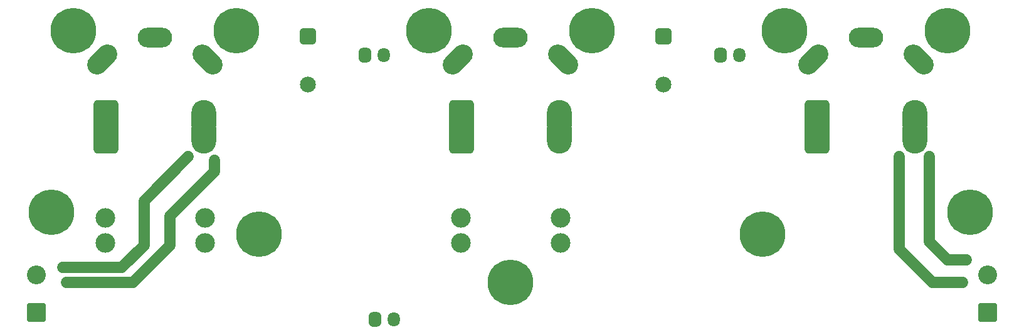
<source format=gbs>
G04*
G04 #@! TF.GenerationSoftware,Altium Limited,Altium Designer,21.1.1 (26)*
G04*
G04 Layer_Color=16711935*
%FSLAX24Y24*%
%MOIN*%
G70*
G04*
G04 #@! TF.SameCoordinates,2BC09F4D-9739-4697-A504-2C2FAC58ABFE*
G04*
G04*
G04 #@! TF.FilePolarity,Negative*
G04*
G01*
G75*
%ADD39C,0.0591*%
%ADD63O,0.0650X0.0768*%
G04:AMPARAMS|DCode=64|XSize=65mil|YSize=76.8mil|CornerRadius=17.7mil|HoleSize=0mil|Usage=FLASHONLY|Rotation=180.000|XOffset=0mil|YOffset=0mil|HoleType=Round|Shape=RoundedRectangle|*
%AMROUNDEDRECTD64*
21,1,0.0650,0.0413,0,0,180.0*
21,1,0.0295,0.0768,0,0,180.0*
1,1,0.0354,-0.0148,0.0207*
1,1,0.0354,0.0148,0.0207*
1,1,0.0354,0.0148,-0.0207*
1,1,0.0354,-0.0148,-0.0207*
%
%ADD64ROUNDEDRECTD64*%
%ADD65C,0.1004*%
G04:AMPARAMS|DCode=66|XSize=100.4mil|YSize=100.4mil|CornerRadius=12.4mil|HoleSize=0mil|Usage=FLASHONLY|Rotation=270.000|XOffset=0mil|YOffset=0mil|HoleType=Round|Shape=RoundedRectangle|*
%AMROUNDEDRECTD66*
21,1,0.1004,0.0756,0,0,270.0*
21,1,0.0756,0.1004,0,0,270.0*
1,1,0.0248,-0.0378,-0.0378*
1,1,0.0248,-0.0378,0.0378*
1,1,0.0248,0.0378,0.0378*
1,1,0.0248,0.0378,-0.0378*
%
%ADD66ROUNDEDRECTD66*%
%ADD68C,0.0846*%
G04:AMPARAMS|DCode=69|XSize=84.6mil|YSize=84.6mil|CornerRadius=14.8mil|HoleSize=0mil|Usage=FLASHONLY|Rotation=90.000|XOffset=0mil|YOffset=0mil|HoleType=Round|Shape=RoundedRectangle|*
%AMROUNDEDRECTD69*
21,1,0.0846,0.0551,0,0,90.0*
21,1,0.0551,0.0846,0,0,90.0*
1,1,0.0295,0.0276,0.0276*
1,1,0.0295,0.0276,-0.0276*
1,1,0.0295,-0.0276,-0.0276*
1,1,0.0295,-0.0276,0.0276*
%
%ADD69ROUNDEDRECTD69*%
G04:AMPARAMS|DCode=70|XSize=104.3mil|YSize=183.1mil|CornerRadius=52.2mil|HoleSize=0mil|Usage=FLASHONLY|Rotation=135.000|XOffset=0mil|YOffset=0mil|HoleType=Round|Shape=RoundedRectangle|*
%AMROUNDEDRECTD70*
21,1,0.1043,0.0787,0,0,135.0*
21,1,0.0000,0.1831,0,0,135.0*
1,1,0.1043,0.0278,0.0278*
1,1,0.1043,0.0278,0.0278*
1,1,0.1043,-0.0278,-0.0278*
1,1,0.1043,-0.0278,-0.0278*
%
%ADD70ROUNDEDRECTD70*%
%ADD71O,0.1831X0.1043*%
G04:AMPARAMS|DCode=72|XSize=104.3mil|YSize=183.1mil|CornerRadius=0mil|HoleSize=0mil|Usage=FLASHONLY|Rotation=45.000|XOffset=0mil|YOffset=0mil|HoleType=Round|Shape=Round|*
%AMOVALD72*
21,1,0.0787,0.1043,0.0000,0.0000,135.0*
1,1,0.1043,0.0278,-0.0278*
1,1,0.1043,-0.0278,0.0278*
%
%ADD72OVALD72*%

G04:AMPARAMS|DCode=73|XSize=131.9mil|YSize=202.8mil|CornerRadius=21.9mil|HoleSize=0mil|Usage=FLASHONLY|Rotation=0.000|XOffset=0mil|YOffset=0mil|HoleType=Round|Shape=RoundedRectangle|*
%AMROUNDEDRECTD73*
21,1,0.1319,0.1591,0,0,0.0*
21,1,0.0882,0.2028,0,0,0.0*
1,1,0.0437,0.0441,-0.0795*
1,1,0.0437,-0.0441,-0.0795*
1,1,0.0437,-0.0441,0.0795*
1,1,0.0437,0.0441,0.0795*
%
%ADD73ROUNDEDRECTD73*%
G04:AMPARAMS|DCode=74|XSize=131.9mil|YSize=202.8mil|CornerRadius=65.9mil|HoleSize=0mil|Usage=FLASHONLY|Rotation=0.000|XOffset=0mil|YOffset=0mil|HoleType=Round|Shape=RoundedRectangle|*
%AMROUNDEDRECTD74*
21,1,0.1319,0.0709,0,0,0.0*
21,1,0.0000,0.2028,0,0,0.0*
1,1,0.1319,0.0000,-0.0354*
1,1,0.1319,0.0000,-0.0354*
1,1,0.1319,0.0000,0.0354*
1,1,0.1319,0.0000,0.0354*
%
%ADD74ROUNDEDRECTD74*%
%ADD75C,0.1043*%
%ADD98C,0.2421*%
D39*
X23228Y-13583D02*
X24213D01*
X22244Y-12598D02*
X23228Y-13583D01*
X22244Y-12598D02*
Y-8071D01*
X22441Y-14764D02*
X24016D01*
X20669Y-12992D02*
X22441Y-14764D01*
X20669Y-12992D02*
Y-8071D01*
X-23819Y-13976D02*
X-20669D01*
X-19488Y-12795D01*
Y-10433D01*
X-17126Y-8071D01*
X-23622Y-14764D02*
X-20079D01*
X-18110Y-12795D01*
Y-11220D01*
X-15748Y-8858D01*
Y-8268D01*
D63*
X12154Y-2677D02*
D03*
X-6193Y-16732D02*
D03*
X-6744Y-2677D02*
D03*
D64*
X11154D02*
D03*
X-7193Y-16732D02*
D03*
X-7744Y-2677D02*
D03*
D65*
X-25217Y-14354D02*
D03*
X25374D02*
D03*
D66*
X-25217Y-16354D02*
D03*
X25374D02*
D03*
D68*
X8110Y-4232D02*
D03*
X-10787D02*
D03*
D69*
X8110Y-1673D02*
D03*
X-10787D02*
D03*
D70*
X-21695Y-2900D02*
D03*
X16100D02*
D03*
X-2798D02*
D03*
D71*
X-18898Y-1741D02*
D03*
X18898D02*
D03*
X0D02*
D03*
D72*
X-16100Y-2900D02*
D03*
X21695D02*
D03*
X2798D02*
D03*
D73*
X-21496Y-6909D02*
D03*
Y-6083D02*
D03*
X16299Y-6909D02*
D03*
Y-6083D02*
D03*
X-2598Y-6909D02*
D03*
Y-6083D02*
D03*
D74*
X-16299Y-6909D02*
D03*
Y-6083D02*
D03*
X21496Y-6909D02*
D03*
Y-6083D02*
D03*
X2598Y-6909D02*
D03*
Y-6083D02*
D03*
D75*
X-21549Y-12677D02*
D03*
X-16246Y-11339D02*
D03*
X-21549D02*
D03*
X-16246Y-12677D02*
D03*
X-2652D02*
D03*
X2652Y-11339D02*
D03*
X-2652D02*
D03*
X2652Y-12677D02*
D03*
D98*
X0Y-14764D02*
D03*
X13386Y-12205D02*
D03*
X24409Y-11024D02*
D03*
X-13386Y-12205D02*
D03*
X-24409Y-11024D02*
D03*
X23228Y-1378D02*
D03*
X14567D02*
D03*
X4331D02*
D03*
X-4331D02*
D03*
X-14567D02*
D03*
X-23228D02*
D03*
M02*

</source>
